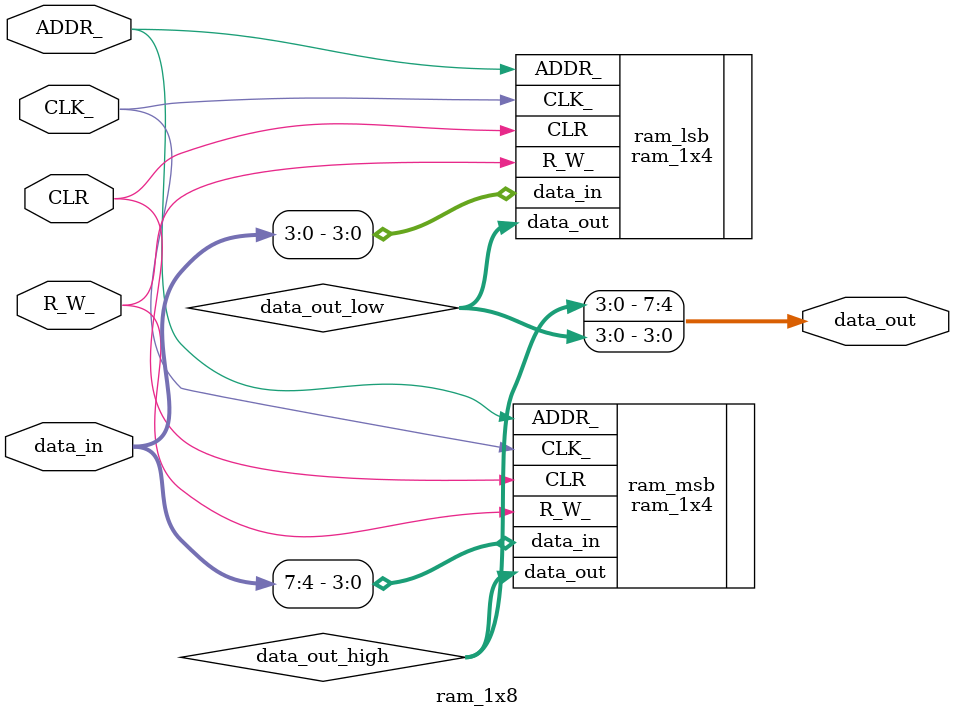
<source format=v>

module ram_1x8 (
    input wire CLK_,
    input wire R_W_,
    input wire ADDR_,
    input wire [7:0] data_in,
    output wire [7:0] data_out,
    input wire CLR
);

    // Saídas intermediárias das duas RAMs 1x4
    wire [3:0] data_out_low;
    wire [3:0] data_out_high;

    // Instância da RAM 1x4 (4 bits menos significativos)
    ram_1x4 ram_lsb (
        .CLK_(CLK_),
        .R_W_(R_W_),
        .ADDR_(ADDR_),
        .data_in(data_in[3:0]),
        .data_out(data_out_low),
        .CLR(CLR)
    );

    // Instância da RAM 1x4 (4 bits mais significativos)
    ram_1x4 ram_msb (
        .CLK_(CLK_),
        .R_W_(R_W_),
        .ADDR_(ADDR_),
        .data_in(data_in[7:4]),
        .data_out(data_out_high),
        .CLR(CLR)
    );

    // Junta os dois blocos de 4 bits para formar os 8 bits finais
    assign data_out = {data_out_high, data_out_low};

endmodule

</source>
